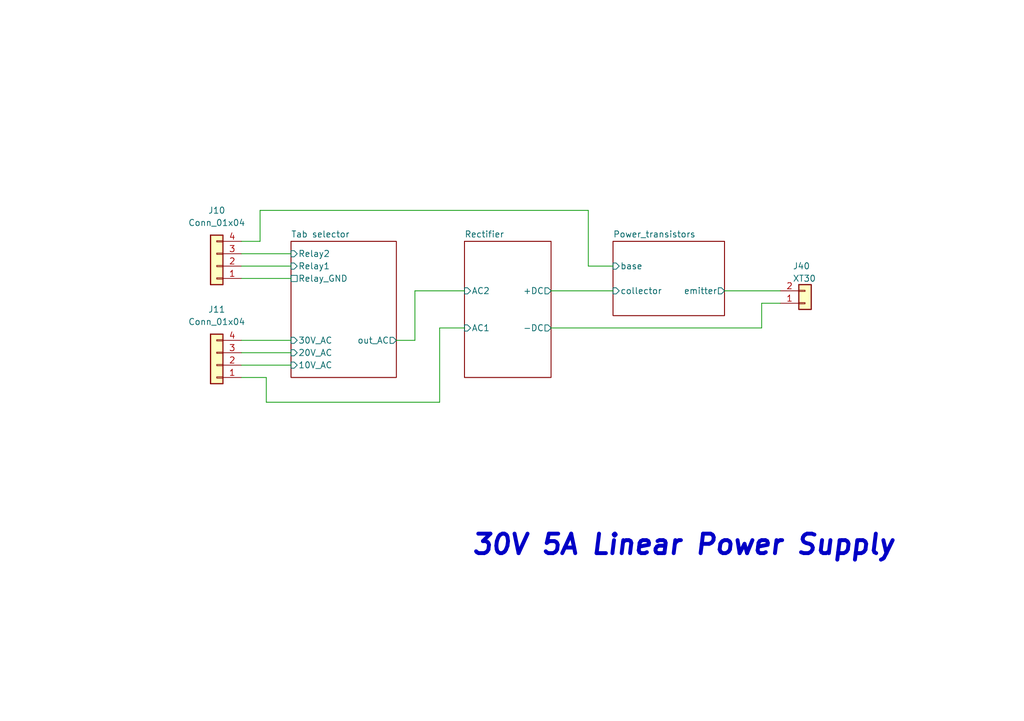
<source format=kicad_sch>
(kicad_sch (version 20230121) (generator eeschema)
  (paper "A5")
  (title_block (title "Tab selector, rectifier, series pass transistors") (date "2024-02-24") (rev "V1.0") (company "Dominik Workshop"))
  (lib_symbols
    (symbol "Connector_Generic:Conn_01x02" (pin_names (offset 1.016) hide)
      (property "Reference" "J" (at 0 2.54 0))
      (property "Value" "Conn_01x02" (at 0 -5.08 0))
      (symbol "Conn_01x02_1_1"
        (rectangle (start -1.27 -2.413) (end 0 -2.667) (stroke (width 0.1524)))
        (rectangle (start -1.27 0.127) (end 0 -0.127) (stroke (width 0.1524)))
        (rectangle (start -1.27 1.27) (end 1.27 -3.81) (stroke (width 0.254)) (fill (type background)))
        (pin passive line (at -5.08 0 0) (length 3.81) (name "Pin_1") (number "1"))
        (pin passive line (at -5.08 -2.54 0) (length 3.81) (name "Pin_2") (number "2"))
      )
    )
    (symbol "Connector_Generic:Conn_01x04" (pin_names (offset 1.016) hide)
      (property "Reference" "J" (at 0 5.08 0))
      (property "Value" "Conn_01x04" (at 0 -7.62 0))
      (symbol "Conn_01x04_1_1"
        (rectangle (start -1.27 -4.953) (end 0 -5.207) (stroke (width 0.1524)))
        (rectangle (start -1.27 -2.413) (end 0 -2.667) (stroke (width 0.1524)))
        (rectangle (start -1.27 0.127) (end 0 -0.127) (stroke (width 0.1524)))
        (rectangle (start -1.27 2.667) (end 0 2.413) (stroke (width 0.1524)))
        (rectangle (start -1.27 3.81) (end 1.27 -6.35) (stroke (width 0.254)) (fill (type background)))
        (pin passive line (at -5.08 2.54 0) (length 3.81) (name "Pin_1") (number "1"))
        (pin passive line (at -5.08 0 0) (length 3.81) (name "Pin_2") (number "2"))
        (pin passive line (at -5.08 -2.54 0) (length 3.81) (name "Pin_3") (number "3"))
        (pin passive line (at -5.08 -5.08 0) (length 3.81) (name "Pin_4") (number "4"))
      )
    )
  )
  (wire (pts (xy 156.21 67.31) (xy 113.03 67.31)))
  (wire (pts (xy 125.73 54.61) (xy 120.65 54.61)))
  (wire (pts (xy 95.25 67.31) (xy 90.17 67.31)))
  (wire (pts (xy 49.53 69.85) (xy 59.69 69.85)))
  (wire (pts (xy 113.03 59.69) (xy 125.73 59.69)))
  (wire (pts (xy 120.65 54.61) (xy 120.65 43.18)))
  (wire (pts (xy 85.09 59.69) (xy 95.25 59.69)))
  (wire (pts (xy 148.59 59.69) (xy 160.02 59.69)))
  (wire (pts (xy 49.53 72.39) (xy 59.69 72.39)))
  (wire (pts (xy 85.09 69.85) (xy 85.09 59.69)))
  (wire (pts (xy 81.28 69.85) (xy 85.09 69.85)))
  (wire (pts (xy 54.61 82.55) (xy 54.61 77.47)))
  (wire (pts (xy 90.17 82.55) (xy 54.61 82.55)))
  (wire (pts (xy 156.21 62.23) (xy 156.21 67.31)))
  (wire (pts (xy 120.65 43.18) (xy 53.34 43.18)))
  (wire (pts (xy 54.61 77.47) (xy 49.53 77.47)))
  (wire (pts (xy 53.34 43.18) (xy 53.34 49.53)))
  (wire (pts (xy 49.53 74.93) (xy 59.69 74.93)))
  (wire (pts (xy 49.53 52.07) (xy 59.69 52.07)))
  (wire (pts (xy 90.17 67.31) (xy 90.17 82.55)))
  (wire (pts (xy 49.53 54.61) (xy 59.69 54.61)))
  (wire (pts (xy 53.34 49.53) (xy 49.53 49.53)))
  (wire (pts (xy 160.02 62.23) (xy 156.21 62.23)))
  (wire (pts (xy 49.53 57.15) (xy 59.69 57.15)))
  (text "30V 5A Linear Power Supply" (at 96.52 114.3 0) (effects (font (size 4 4) (thickness 0.8) bold italic) (justify left bottom)))
  (symbol (lib_id "Connector_Generic:Conn_01x02") (at 165.1 62.23 0) (mirror x) (unit 1)
    (property "Reference" "J40" (at 162.56 54.61 0) (effects (justify left)))
    (property "Value" "XT30" (at 162.56 57.15 0) (effects (justify left)))
    (property "Footprint" "Connector_AMASS:AMASS_XT30U-F_1x02_P5.0mm_Vertical" (effects hide))
  )
  (symbol (lib_id "Connector_Generic:Conn_01x04") (at 44.45 74.93 180) (unit 1)
    (property "Reference" "J11" (at 44.45 63.5 0))
    (property "Value" "Conn_01x04" (at 44.45 66.04 0))
    (property "Footprint" "Connector_JST:JST_VH_B4P-VH-FB-B_1x04_P3.96mm_Vertical" (effects hide))
  )
  (symbol (lib_id "Connector_Generic:Conn_01x04") (at 44.45 54.61 180) (unit 1)
    (property "Reference" "J10" (at 44.45 43.18 0))
    (property "Value" "Conn_01x04" (at 44.45 45.72 0))
    (property "Footprint" "Connector_JST:JST_XH_B4B-XH-A_1x04_P2.50mm_Vertical" (effects hide))
  )
  (sheet (at 59.69 49.53) (size 21.59 27.94) (stroke (width 0.1524))
    (property "Sheetname" "Tab selector" (at 59.69 48.8184 0) (effects (justify left bottom)))
    (property "Sheetfile" "tab_selector.kicad_sch" (effects hide))
    (pin "out_AC" output (at 81.28 69.85 0))
    (pin "Relay1" input (at 59.69 54.61 180))
    (pin "Relay2" input (at 59.69 52.07 180))
    (pin "20V_AC" input (at 59.69 72.39 180))
    (pin "10V_AC" input (at 59.69 74.93 180))
    (pin "30V_AC" input (at 59.69 69.85 180))
    (pin "Relay_GND" passive (at 59.69 57.15 180))
  )
  (sheet (at 95.25 49.53) (size 17.78 27.94) (stroke (width 0.1524))
    (property "Sheetname" "Rectifier" (at 95.25 48.8184 0) (effects (justify left bottom)))
    (property "Sheetfile" "rectifier.kicad_sch" (effects hide))
    (pin "AC1" input (at 95.25 67.31 180))
    (pin "AC2" input (at 95.25 59.69 180))
    (pin "+DC" output (at 113.03 59.69 0))
    (pin "-DC" output (at 113.03 67.31 0))
  )
  (sheet (at 125.73 49.53) (size 22.86 15.24) (stroke (width 0.1524))
    (property "Sheetname" "Power_transistors" (at 125.73 48.8184 0) (effects (justify left bottom)))
    (property "Sheetfile" "power_transistors.kicad_sch" (effects hide))
    (pin "collector" input (at 125.73 59.69 180))
    (pin "base" input (at 125.73 54.61 180))
    (pin "emitter" output (at 148.59 59.69 0))
  )
)
</source>
